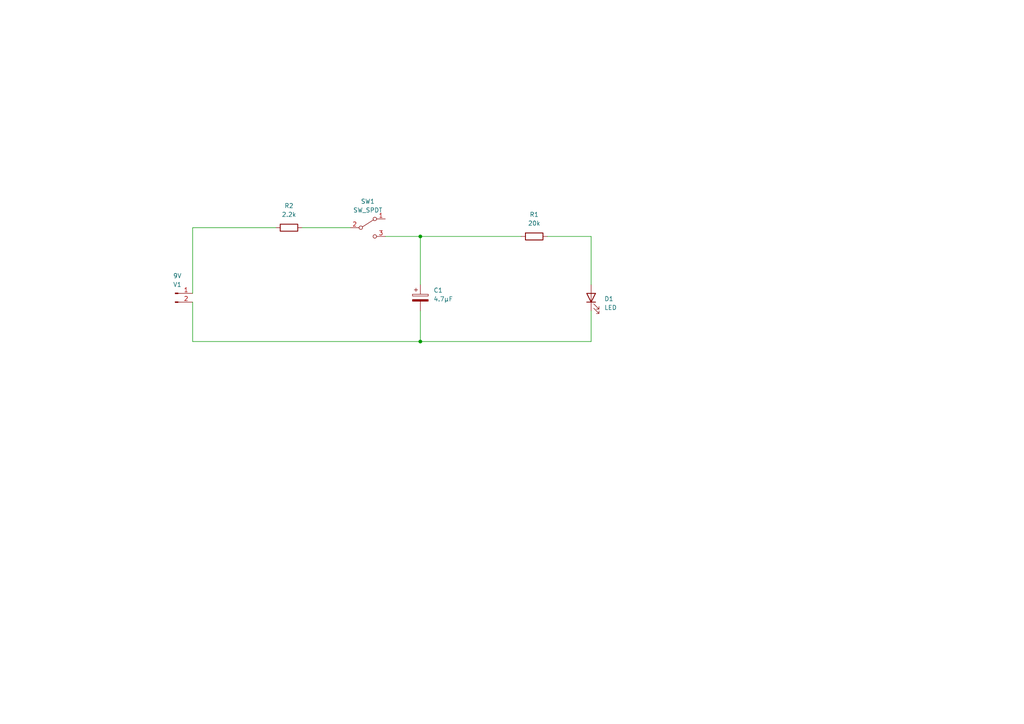
<source format=kicad_sch>
(kicad_sch (version 20211123) (generator eeschema)
  (paper "A4")
  (lib_symbols
    (symbol "Connector:Conn_01x02_Male" (pin_names (offset 1.016) hide)
      (property "Reference" "J" (at 0 2.54 0))
      (property "Value" "Conn_01x02_Male" (at 0 -5.08 0))
      (symbol "Conn_01x02_Male_1_1"
        (polyline (pts (xy 1.27 -2.54) (xy 0.8636 -2.54)) (stroke (width 0.1524)))
        (polyline (pts (xy 1.27 0) (xy 0.8636 0)) (stroke (width 0.1524)))
        (rectangle (start 0.8636 -2.413) (end 0 -2.667) (stroke (width 0.1524)) (fill (type outline)))
        (rectangle (start 0.8636 0.127) (end 0 -0.127) (stroke (width 0.1524)) (fill (type outline)))
        (pin passive line (at 5.08 0 180) (length 3.81) (name "Pin_1") (number "1"))
        (pin passive line (at 5.08 -2.54 180) (length 3.81) (name "Pin_2") (number "2"))
      )
    )
    (symbol "Device:C_Polarized" (pin_numbers hide) (pin_names (offset 0.254))
      (property "Reference" "C" (at 0.635 2.54 0))
      (property "Value" "C_Polarized" (at 0.635 -2.54 0))
      (symbol "C_Polarized_0_1"
        (rectangle (start -2.286 0.508) (end 2.286 1.016))
        (polyline (pts (xy -1.778 2.286) (xy -0.762 2.286)))
        (polyline (pts (xy -1.27 2.794) (xy -1.27 1.778)))
        (rectangle (start 2.286 -0.508) (end -2.286 -1.016) (fill (type outline)))
      )
      (symbol "C_Polarized_1_1"
        (pin passive line (at 0 3.81 270) (length 2.794) (name "~") (number "1"))
        (pin passive line (at 0 -3.81 90) (length 2.794) (name "~") (number "2"))
      )
    )
    (symbol "Device:LED" (pin_numbers hide) (pin_names (offset 1.016) hide)
      (property "Reference" "D" (at 0 2.54 0))
      (property "Value" "LED" (at 0 -2.54 0))
      (symbol "LED_0_1"
        (polyline (pts (xy -1.27 -1.27) (xy -1.27 1.27)) (stroke (width 0.254)))
        (polyline (pts (xy -1.27 0) (xy 1.27 0)))
        (polyline (pts (xy 1.27 -1.27) (xy 1.27 1.27) (xy -1.27 0) (xy 1.27 -1.27)) (stroke (width 0.254)))
        (polyline (pts (xy -3.048 -0.762) (xy -4.572 -2.286) (xy -3.81 -2.286) (xy -4.572 -2.286) (xy -4.572 -1.524)))
        (polyline (pts (xy -1.778 -0.762) (xy -3.302 -2.286) (xy -2.54 -2.286) (xy -3.302 -2.286) (xy -3.302 -1.524)))
      )
      (symbol "LED_1_1"
        (pin passive line (at -3.81 0 0) (length 2.54) (name "K") (number "1"))
        (pin passive line (at 3.81 0 180) (length 2.54) (name "A") (number "2"))
      )
    )
    (symbol "Device:R" (pin_numbers hide) (pin_names (offset 0))
      (property "Reference" "R" (at 2.032 0 90))
      (property "Value" "R" (at 0 0 90))
      (symbol "R_0_1"
        (rectangle (start -1.016 -2.54) (end 1.016 2.54) (stroke (width 0.254)))
      )
      (symbol "R_1_1"
        (pin passive line (at 0 3.81 270) (length 1.27) (name "~") (number "1"))
        (pin passive line (at 0 -3.81 90) (length 1.27) (name "~") (number "2"))
      )
    )
    (symbol "Switch:SW_SPDT" (pin_names (offset 0) hide)
      (property "Reference" "SW" (at 0 4.318 0))
      (property "Value" "SW_SPDT" (at 0 -5.08 0))
      (symbol "SW_SPDT_0_0"
        (circle (center -2.032 0) (radius 0.508))
        (circle (center 2.032 -2.54) (radius 0.508))
      )
      (symbol "SW_SPDT_0_1"
        (polyline (pts (xy -1.524 0.254) (xy 1.651 2.286)))
        (circle (center 2.032 2.54) (radius 0.508))
      )
      (symbol "SW_SPDT_1_1"
        (pin passive line (at 5.08 2.54 180) (length 2.54) (name "A") (number "1"))
        (pin passive line (at -5.08 0 0) (length 2.54) (name "B") (number "2"))
        (pin passive line (at 5.08 -2.54 180) (length 2.54) (name "C") (number "3"))
      )
    )
  )
  (junction (at 121.92 99.06))
  (junction (at 121.92 68.58))
  (wire (pts (xy 55.88 66.04) (xy 55.88 85.09)))
  (wire (pts (xy 171.45 90.17) (xy 171.45 99.06)))
  (wire (pts (xy 121.92 90.17) (xy 121.92 99.06)))
  (wire (pts (xy 55.88 66.04) (xy 80.01 66.04)))
  (wire (pts (xy 121.92 68.58) (xy 121.92 82.55)))
  (wire (pts (xy 87.63 66.04) (xy 101.6 66.04)))
  (wire (pts (xy 171.45 99.06) (xy 121.92 99.06)))
  (wire (pts (xy 111.76 68.58) (xy 121.92 68.58)))
  (wire (pts (xy 121.92 68.58) (xy 151.13 68.58)))
  (wire (pts (xy 55.88 99.06) (xy 121.92 99.06)))
  (wire (pts (xy 171.45 68.58) (xy 158.75 68.58)))
  (wire (pts (xy 55.88 87.63) (xy 55.88 99.06)))
  (wire (pts (xy 171.45 82.55) (xy 171.45 68.58)))
  (symbol (lib_id "Switch:SW_SPDT") (at 106.68 66.04 0) (unit 1)
    (property "Reference" "SW1" (at 106.68 58.42 0))
    (property "Value" "SW_SPDT" (at 106.68 60.96 0))
  )
  (symbol (lib_id "Device:LED") (at 171.45 86.36 90) (unit 1)
    (property "Reference" "D1" (at 175.26 86.6774 90) (effects (justify right)))
    (property "Value" "LED" (at 175.26 89.2174 90) (effects (justify right)))
  )
  (symbol (lib_id "Connector:Conn_01x02_Male") (at 50.8 85.09 0) (unit 1)
    (property "Reference" "9V" (at 51.435 80.01 0))
    (property "Value" "V1" (at 51.435 82.55 0))
  )
  (symbol (lib_id "Device:C_Polarized") (at 121.92 86.36 0) (unit 1)
    (property "Reference" "C1" (at 125.73 84.2009 0) (effects (justify left)))
    (property "Value" "4.7μF" (at 125.73 86.7409 0) (effects (justify left)))
  )
  (symbol (lib_id "Device:R") (at 154.94 68.58 90) (unit 1)
    (property "Reference" "R1" (at 154.94 62.23 90))
    (property "Value" "20k" (at 154.94 64.77 90))
  )
  (symbol (lib_id "Device:R") (at 83.82 66.04 90) (unit 1)
    (property "Reference" "R2" (at 83.82 59.69 90))
    (property "Value" "2.2k" (at 83.82 62.23 90))
  )
)
</source>
